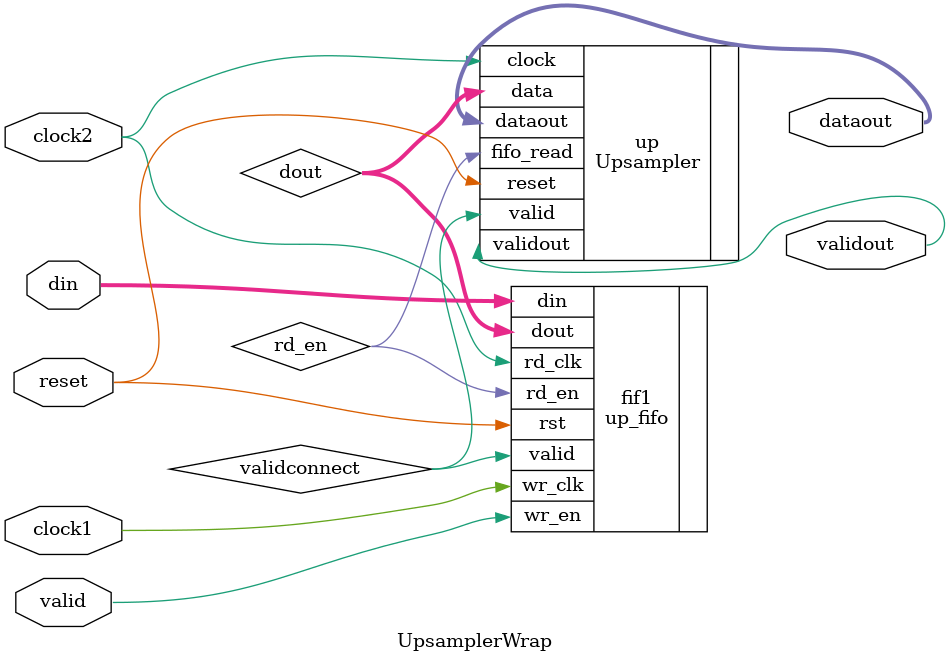
<source format=v>
module UpsamplerWrap(
    input clock1,
    input clock2,
    input reset,

    input [7:0] din,
    input valid,

    output [7:0] dataout,
    output validout
);

wire validconnect;
wire [7:0] dout;
wire rd_en;

up_fifo fif1(
  .rst(reset),
  .wr_clk(clock1),
  .rd_clk(clock2),
  .din(din),
  .wr_en(valid),
  .rd_en(rd_en),
  .dout(dout),
  .valid(validconnect)
);


Upsampler up(
    .clock(clock2),
    .reset(reset),
    
    .valid(validconnect),
    .data(dout),
    .fifo_read(rd_en),
    .dataout(dataout),
    .validout(validout)
);
endmodule

</source>
